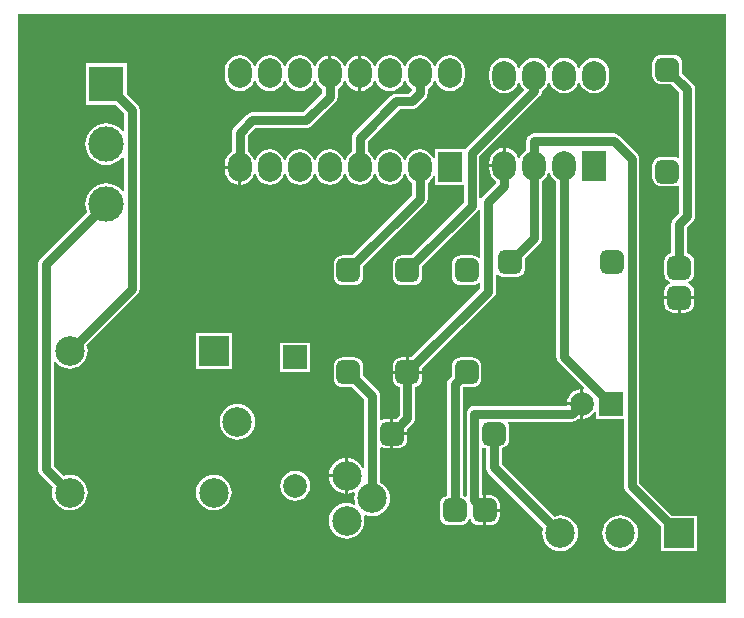
<source format=gtl>
G04*
G04 #@! TF.GenerationSoftware,Altium Limited,Altium Designer,20.1.11 (218)*
G04*
G04 Layer_Physical_Order=1*
G04 Layer_Color=255*
%FSLAX44Y44*%
%MOMM*%
G71*
G04*
G04 #@! TF.SameCoordinates,A3CC035F-AD98-4BC7-994B-CAE0B121EB55*
G04*
G04*
G04 #@! TF.FilePolarity,Positive*
G04*
G01*
G75*
%ADD10C,0.8000*%
%ADD11C,3.0000*%
%ADD12R,3.0000X3.0000*%
%ADD13R,2.5000X2.5000*%
%ADD14C,2.5000*%
%ADD15R,2.0000X2.5000*%
%ADD16O,2.0000X2.5000*%
%ADD17C,2.0000*%
%ADD18R,2.0000X2.0000*%
G04:AMPARAMS|DCode=19|XSize=2mm|YSize=2mm|CornerRadius=0.5mm|HoleSize=0mm|Usage=FLASHONLY|Rotation=0.000|XOffset=0mm|YOffset=0mm|HoleType=Round|Shape=RoundedRectangle|*
%AMROUNDEDRECTD19*
21,1,2.0000,1.0000,0,0,0.0*
21,1,1.0000,2.0000,0,0,0.0*
1,1,1.0000,0.5000,-0.5000*
1,1,1.0000,-0.5000,-0.5000*
1,1,1.0000,-0.5000,0.5000*
1,1,1.0000,0.5000,0.5000*
%
%ADD19ROUNDEDRECTD19*%
G04:AMPARAMS|DCode=20|XSize=2mm|YSize=2mm|CornerRadius=0.5mm|HoleSize=0mm|Usage=FLASHONLY|Rotation=90.000|XOffset=0mm|YOffset=0mm|HoleType=Round|Shape=RoundedRectangle|*
%AMROUNDEDRECTD20*
21,1,2.0000,1.0000,0,0,90.0*
21,1,1.0000,2.0000,0,0,90.0*
1,1,1.0000,0.5000,0.5000*
1,1,1.0000,0.5000,-0.5000*
1,1,1.0000,-0.5000,-0.5000*
1,1,1.0000,-0.5000,0.5000*
%
%ADD20ROUNDEDRECTD20*%
%ADD21R,2.5000X2.5000*%
%ADD22R,2.0000X2.0000*%
G36*
X0Y1270D02*
X600000Y1270D01*
Y500000D01*
X0Y500000D01*
X0Y1270D01*
D02*
G37*
%LPC*%
G36*
X188000Y465148D02*
X191273Y464717D01*
X194324Y463454D01*
X196943Y461444D01*
X198954Y458824D01*
X200013Y456268D01*
X201387D01*
X202446Y458824D01*
X204456Y461444D01*
X207076Y463454D01*
X210126Y464717D01*
X213400Y465148D01*
X216674Y464717D01*
X219724Y463454D01*
X222344Y461444D01*
X224354Y458824D01*
X225413Y456268D01*
X226787D01*
X227846Y458824D01*
X229856Y461444D01*
X232476Y463454D01*
X235526Y464717D01*
X238800Y465148D01*
X242073Y464717D01*
X245124Y463454D01*
X247743Y461444D01*
X249754Y458824D01*
X250813Y456268D01*
X252187D01*
X253246Y458824D01*
X255256Y461444D01*
X257876Y463454D01*
X260926Y464717D01*
X262930Y464981D01*
Y450000D01*
X265470D01*
Y464981D01*
X267474Y464717D01*
X270524Y463454D01*
X273144Y461444D01*
X275154Y458824D01*
X276213Y456268D01*
X277587D01*
X278646Y458824D01*
X280656Y461444D01*
X283276Y463454D01*
X286326Y464717D01*
X288330Y464981D01*
Y450000D01*
Y435019D01*
X286326Y435283D01*
X283276Y436546D01*
X280656Y438557D01*
X278646Y441176D01*
X277587Y443733D01*
X276213D01*
X275154Y441176D01*
X273144Y438557D01*
X270796Y436755D01*
Y430010D01*
X270571Y428302D01*
X269913Y426712D01*
X268864Y425345D01*
X249064Y405546D01*
X247698Y404497D01*
X246107Y403838D01*
X244400Y403614D01*
X201158D01*
X194596Y397052D01*
Y383845D01*
X196943Y382044D01*
X198954Y379424D01*
X200013Y376868D01*
X201387D01*
X202446Y379424D01*
X204456Y382044D01*
X207076Y384054D01*
X210126Y385317D01*
X213400Y385748D01*
X216674Y385317D01*
X219724Y384054D01*
X222344Y382044D01*
X224354Y379424D01*
X225413Y376868D01*
X226787D01*
X227846Y379424D01*
X229856Y382044D01*
X232476Y384054D01*
X235526Y385317D01*
X238800Y385748D01*
X242073Y385317D01*
X245124Y384054D01*
X247743Y382044D01*
X249754Y379424D01*
X250813Y376868D01*
X252187D01*
X253246Y379424D01*
X255256Y382044D01*
X257876Y384054D01*
X260926Y385317D01*
X264200Y385748D01*
X267474Y385317D01*
X270524Y384054D01*
X273144Y382044D01*
X275154Y379424D01*
X276213Y376868D01*
X277587D01*
X278646Y379424D01*
X280656Y382044D01*
X283003Y383845D01*
Y395212D01*
X283228Y396919D01*
X283887Y398510D01*
X284935Y399876D01*
X315936Y430876D01*
X317302Y431925D01*
X318893Y432584D01*
X320600Y432808D01*
X330810D01*
X333597Y435596D01*
X333535Y436961D01*
X331456Y438557D01*
X329446Y441176D01*
X328387Y443733D01*
X327013D01*
X325954Y441176D01*
X323943Y438557D01*
X321324Y436546D01*
X318274Y435283D01*
X315000Y434852D01*
X311726Y435283D01*
X308676Y436546D01*
X306056Y438557D01*
X304046Y441176D01*
X302987Y443733D01*
X301613D01*
X300554Y441176D01*
X298543Y438557D01*
X295924Y436546D01*
X292873Y435283D01*
X290870Y435019D01*
Y450000D01*
Y464981D01*
X292873Y464717D01*
X295924Y463454D01*
X298543Y461444D01*
X300554Y458824D01*
X301613Y456268D01*
X302987D01*
X304046Y458824D01*
X306056Y461444D01*
X308676Y463454D01*
X311726Y464717D01*
X315000Y465148D01*
X318274Y464717D01*
X321324Y463454D01*
X323943Y461444D01*
X325954Y458824D01*
X327013Y456268D01*
X328387D01*
X329446Y458824D01*
X331456Y461444D01*
X334076Y463454D01*
X337126Y464717D01*
X340400Y465148D01*
X343674Y464717D01*
X346724Y463454D01*
X349343Y461444D01*
X351354Y458824D01*
X352413Y456268D01*
X353787D01*
X354846Y458824D01*
X356856Y461444D01*
X359476Y463454D01*
X362526Y464717D01*
X365800Y465148D01*
X369073Y464717D01*
X372124Y463454D01*
X374743Y461444D01*
X376754Y458824D01*
X378017Y455774D01*
X378448Y452500D01*
Y447500D01*
X378017Y444226D01*
X376754Y441176D01*
X374743Y438557D01*
X372124Y436546D01*
X369073Y435283D01*
X365800Y434852D01*
X362526Y435283D01*
X359476Y436546D01*
X356856Y438557D01*
X354846Y441176D01*
X353787Y443733D01*
X352413D01*
X351354Y441176D01*
X349343Y438557D01*
X346996Y436755D01*
Y433070D01*
X346772Y431363D01*
X346113Y429772D01*
X345064Y428406D01*
X338206Y421548D01*
X336840Y420499D01*
X335249Y419840D01*
X333542Y419616D01*
X323332D01*
X296196Y392480D01*
Y383845D01*
X298543Y382044D01*
X300554Y379424D01*
X301613Y376868D01*
X302987D01*
X304046Y379424D01*
X306056Y382044D01*
X308676Y384054D01*
X311726Y385317D01*
X315000Y385748D01*
X318274Y385317D01*
X321324Y384054D01*
X323943Y382044D01*
X325954Y379424D01*
X327013Y376868D01*
X328387D01*
X329446Y379424D01*
X331456Y382044D01*
X334076Y384054D01*
X337126Y385317D01*
X340400Y385748D01*
X343674Y385317D01*
X346724Y384054D01*
X349343Y382044D01*
X351354Y379424D01*
X351990Y377888D01*
X353260Y378141D01*
Y385640D01*
X378340D01*
X379290Y386413D01*
X379690Y386934D01*
X428421Y435666D01*
X428356Y436657D01*
X426346Y439276D01*
X425287Y441833D01*
X423913D01*
X422854Y439276D01*
X420844Y436657D01*
X418224Y434646D01*
X415173Y433383D01*
X411900Y432952D01*
X408626Y433383D01*
X405576Y434646D01*
X402956Y436657D01*
X400946Y439276D01*
X399683Y442327D01*
X399252Y445600D01*
Y450600D01*
X399683Y453874D01*
X400946Y456924D01*
X402956Y459544D01*
X405576Y461554D01*
X408626Y462817D01*
X411900Y463248D01*
X415173Y462817D01*
X418224Y461554D01*
X420844Y459544D01*
X422854Y456924D01*
X423913Y454368D01*
X425287D01*
X426346Y456924D01*
X428356Y459544D01*
X430976Y461554D01*
X434026Y462817D01*
X437300Y463248D01*
X440574Y462817D01*
X443624Y461554D01*
X446244Y459544D01*
X448254Y456924D01*
X449313Y454368D01*
X450687D01*
X451746Y456924D01*
X453756Y459544D01*
X456376Y461554D01*
X459426Y462817D01*
X462700Y463248D01*
X465974Y462817D01*
X469024Y461554D01*
X471643Y459544D01*
X473653Y456924D01*
X474712Y454368D01*
X476087D01*
X477146Y456924D01*
X479156Y459544D01*
X481776Y461554D01*
X484826Y462817D01*
X488100Y463248D01*
X491373Y462817D01*
X494424Y461554D01*
X497043Y459544D01*
X499053Y456924D01*
X500317Y453874D01*
X500748Y450600D01*
Y445600D01*
X500317Y442327D01*
X499053Y439276D01*
X497043Y436657D01*
X494424Y434646D01*
X491373Y433383D01*
X488100Y432952D01*
X484826Y433383D01*
X481776Y434646D01*
X479156Y436657D01*
X477146Y439276D01*
X476087Y441833D01*
X474712D01*
X473653Y439276D01*
X471643Y436657D01*
X469024Y434646D01*
X465974Y433383D01*
X462700Y432952D01*
X459426Y433383D01*
X456376Y434646D01*
X453756Y436657D01*
X451746Y439276D01*
X450687Y441833D01*
X449313D01*
X448254Y439276D01*
X446244Y436657D01*
X443843Y434815D01*
X443671Y433508D01*
X443013Y431918D01*
X441964Y430551D01*
X390951Y379538D01*
Y343983D01*
X392220Y343731D01*
X392611Y344674D01*
X393660Y346040D01*
X405112Y357492D01*
X405051Y358849D01*
X402956Y360457D01*
X400946Y363076D01*
X399683Y366127D01*
X399252Y369400D01*
Y370630D01*
X411900D01*
Y371900D01*
X413170D01*
Y386881D01*
X415173Y386617D01*
X418224Y385354D01*
X420844Y383344D01*
X422854Y380724D01*
X423913Y378168D01*
X425287D01*
X426346Y380724D01*
X428356Y383344D01*
X430703Y385145D01*
Y392430D01*
X430928Y394137D01*
X431587Y395728D01*
X432635Y397094D01*
X434002Y398143D01*
X435593Y398802D01*
X437300Y399026D01*
X504750D01*
X506457Y398802D01*
X508048Y398143D01*
X509414Y397094D01*
X524400Y382108D01*
X525449Y380742D01*
X526108Y379151D01*
X526333Y377444D01*
Y103496D01*
X554289Y75540D01*
X575040D01*
Y45460D01*
X544960D01*
Y66211D01*
X515072Y96100D01*
X514023Y97466D01*
X513364Y99057D01*
X513140Y100764D01*
Y157460D01*
X489960D01*
Y163995D01*
X488690Y164247D01*
X488454Y163676D01*
X486444Y161056D01*
X483824Y159046D01*
X480774Y157783D01*
X478770Y157519D01*
Y170000D01*
Y182481D01*
X478913Y182462D01*
X479506Y183665D01*
X458036Y205136D01*
X456987Y206502D01*
X456328Y208093D01*
X456103Y209800D01*
Y358656D01*
X453756Y360457D01*
X451746Y363076D01*
X450687Y365633D01*
X449313D01*
X448254Y363076D01*
X446244Y360457D01*
X443896Y358656D01*
Y310479D01*
X443671Y308772D01*
X443013Y307181D01*
X441964Y305815D01*
X429425Y293276D01*
Y285000D01*
X429166Y283032D01*
X428406Y281197D01*
X427198Y279622D01*
X425623Y278414D01*
X423789Y277654D01*
X421820Y277395D01*
X411820D01*
X409852Y277654D01*
X408018Y278414D01*
X406443Y279622D01*
X406190Y279951D01*
X404921Y279520D01*
Y265144D01*
X404696Y263437D01*
X404037Y261846D01*
X402988Y260480D01*
X342605Y200096D01*
Y198090D01*
X331270D01*
Y209425D01*
X333276D01*
X391728Y267876D01*
Y272476D01*
X390458Y272907D01*
X390378Y272802D01*
X388802Y271594D01*
X386968Y270834D01*
X385000Y270575D01*
X375000D01*
X373032Y270834D01*
X371198Y271594D01*
X369622Y272802D01*
X368414Y274377D01*
X367654Y276212D01*
X367395Y278180D01*
Y288180D01*
X367654Y290148D01*
X368414Y291983D01*
X369622Y293558D01*
X371198Y294766D01*
X373032Y295526D01*
X375000Y295785D01*
X385000D01*
X386968Y295526D01*
X388802Y294766D01*
X390378Y293558D01*
X390458Y293453D01*
X391728Y293885D01*
Y334927D01*
X390458Y335179D01*
X390067Y334236D01*
X389018Y332870D01*
X342605Y286456D01*
Y278180D01*
X342346Y276212D01*
X341586Y274377D01*
X340378Y272802D01*
X338803Y271594D01*
X336968Y270834D01*
X335000Y270575D01*
X325000D01*
X323032Y270834D01*
X321198Y271594D01*
X319622Y272802D01*
X318414Y274377D01*
X317654Y276212D01*
X317395Y278180D01*
Y288180D01*
X317654Y290148D01*
X318414Y291983D01*
X319622Y293558D01*
X321198Y294766D01*
X323032Y295526D01*
X325000Y295785D01*
X333276D01*
X377758Y340266D01*
Y355560D01*
X353260D01*
Y363060D01*
X351990Y363312D01*
X351354Y361776D01*
X349343Y359157D01*
X346996Y357355D01*
Y343580D01*
X346772Y341872D01*
X346113Y340281D01*
X345064Y338915D01*
X292605Y286456D01*
Y278180D01*
X292346Y276212D01*
X291586Y274377D01*
X290378Y272802D01*
X288803Y271594D01*
X286969Y270834D01*
X285000Y270575D01*
X275000D01*
X273032Y270834D01*
X271198Y271594D01*
X269623Y272802D01*
X268414Y274377D01*
X267654Y276212D01*
X267395Y278180D01*
Y288180D01*
X267654Y290148D01*
X268414Y291983D01*
X269623Y293558D01*
X271198Y294766D01*
X273032Y295526D01*
X275000Y295785D01*
X283277D01*
X333803Y346312D01*
Y357355D01*
X331456Y359157D01*
X329446Y361776D01*
X328387Y364333D01*
X327013D01*
X325954Y361776D01*
X323943Y359157D01*
X321324Y357147D01*
X318274Y355883D01*
X315000Y355452D01*
X311726Y355883D01*
X308676Y357147D01*
X306056Y359157D01*
X304046Y361776D01*
X302987Y364333D01*
X301613D01*
X300554Y361776D01*
X298543Y359157D01*
X295924Y357147D01*
X292873Y355883D01*
X289600Y355452D01*
X286326Y355883D01*
X283276Y357147D01*
X280656Y359157D01*
X278646Y361776D01*
X277587Y364333D01*
X276213D01*
X275154Y361776D01*
X273144Y359157D01*
X270524Y357147D01*
X267474Y355883D01*
X264200Y355452D01*
X260926Y355883D01*
X257876Y357147D01*
X255256Y359157D01*
X253246Y361776D01*
X252187Y364333D01*
X250813D01*
X249754Y361776D01*
X247743Y359157D01*
X245124Y357147D01*
X242073Y355883D01*
X238800Y355452D01*
X235526Y355883D01*
X232476Y357147D01*
X229856Y359157D01*
X227846Y361776D01*
X226787Y364333D01*
X225413D01*
X224354Y361776D01*
X222344Y359157D01*
X219724Y357147D01*
X216674Y355883D01*
X213400Y355452D01*
X210126Y355883D01*
X207076Y357147D01*
X204456Y359157D01*
X202446Y361776D01*
X201387Y364333D01*
X200013D01*
X198954Y361776D01*
X196943Y359157D01*
X194324Y357147D01*
X191273Y355883D01*
X189270Y355619D01*
Y370600D01*
X188000D01*
Y371870D01*
X175352D01*
Y373100D01*
X175783Y376374D01*
X177046Y379424D01*
X179056Y382044D01*
X181403Y383845D01*
Y399784D01*
X181628Y401491D01*
X182287Y403082D01*
X183335Y404448D01*
X193762Y414874D01*
X195128Y415923D01*
X196719Y416582D01*
X198426Y416806D01*
X241668D01*
X257603Y432742D01*
Y436755D01*
X255256Y438557D01*
X253246Y441176D01*
X252187Y443733D01*
X250813D01*
X249754Y441176D01*
X247743Y438557D01*
X245124Y436546D01*
X242073Y435283D01*
X238800Y434852D01*
X235526Y435283D01*
X232476Y436546D01*
X229856Y438557D01*
X227846Y441176D01*
X226787Y443733D01*
X225413D01*
X224354Y441176D01*
X222344Y438557D01*
X219724Y436546D01*
X216674Y435283D01*
X213400Y434852D01*
X210126Y435283D01*
X207076Y436546D01*
X204456Y438557D01*
X202446Y441176D01*
X201387Y443733D01*
X200013D01*
X198954Y441176D01*
X196943Y438557D01*
X194324Y436546D01*
X191273Y435283D01*
X188000Y434852D01*
X184726Y435283D01*
X181676Y436546D01*
X179056Y438557D01*
X177046Y441176D01*
X175783Y444226D01*
X175352Y447500D01*
Y452500D01*
X175783Y455774D01*
X177046Y458824D01*
X179056Y461444D01*
X181676Y463454D01*
X184726Y464717D01*
X188000Y465148D01*
D02*
G37*
G36*
X410630Y386881D02*
Y373170D01*
X399252D01*
Y374400D01*
X399683Y377674D01*
X400946Y380724D01*
X402956Y383344D01*
X405576Y385354D01*
X408626Y386617D01*
X410630Y386881D01*
D02*
G37*
G36*
X57460Y458340D02*
X92540D01*
Y432589D01*
X101236Y423892D01*
X102285Y422526D01*
X102944Y420935D01*
X103168Y419228D01*
Y267572D01*
X102944Y265864D01*
X102285Y264273D01*
X101236Y262907D01*
X58230Y219901D01*
X58822Y217948D01*
X59113Y215000D01*
X58822Y212052D01*
X57962Y209216D01*
X56566Y206604D01*
X54686Y204314D01*
X52396Y202434D01*
X49784Y201037D01*
X46948Y200177D01*
X44000Y199887D01*
X41052Y200177D01*
X38217Y201037D01*
X35604Y202434D01*
X33314Y204314D01*
X31795Y206165D01*
X30524Y205710D01*
Y117804D01*
X39099Y109230D01*
X41052Y109822D01*
X44000Y110112D01*
X46948Y109822D01*
X49784Y108962D01*
X52396Y107565D01*
X54686Y105686D01*
X56566Y103396D01*
X57962Y100783D01*
X58822Y97948D01*
X59113Y95000D01*
X58822Y92051D01*
X57962Y89216D01*
X56566Y86603D01*
X54686Y84313D01*
X52396Y82434D01*
X49784Y81037D01*
X46948Y80177D01*
X44000Y79887D01*
X41052Y80177D01*
X38217Y81037D01*
X35604Y82434D01*
X33314Y84313D01*
X31434Y86603D01*
X30038Y89216D01*
X29178Y92051D01*
X28887Y95000D01*
X29178Y97948D01*
X29770Y99901D01*
X19264Y110407D01*
X18215Y111773D01*
X17556Y113364D01*
X17332Y115072D01*
Y288129D01*
X17556Y289836D01*
X18215Y291427D01*
X19264Y292793D01*
X58790Y332319D01*
X58717Y332455D01*
X57714Y335762D01*
X57375Y339200D01*
X57714Y342639D01*
X58717Y345945D01*
X60345Y348992D01*
X62537Y351663D01*
X65208Y353855D01*
X68255Y355484D01*
X71561Y356486D01*
X75000Y356825D01*
X78438Y356486D01*
X81745Y355484D01*
X84792Y353855D01*
X87463Y351663D01*
X88706Y350148D01*
X89976Y350603D01*
Y378598D01*
X88706Y379052D01*
X87463Y377538D01*
X84792Y375346D01*
X81745Y373717D01*
X78438Y372714D01*
X75000Y372375D01*
X71561Y372714D01*
X68255Y373717D01*
X65208Y375346D01*
X62537Y377538D01*
X60345Y380208D01*
X58717Y383256D01*
X57714Y386562D01*
X57375Y390000D01*
X57714Y393439D01*
X58717Y396745D01*
X60345Y399792D01*
X62537Y402463D01*
X65208Y404655D01*
X68255Y406283D01*
X71561Y407286D01*
X75000Y407625D01*
X78438Y407286D01*
X81745Y406283D01*
X84792Y404655D01*
X87463Y402463D01*
X88706Y400948D01*
X89976Y401403D01*
Y416496D01*
X83211Y423260D01*
X57460D01*
Y458340D01*
D02*
G37*
G36*
X175352Y369330D02*
X186730D01*
Y355619D01*
X184726Y355883D01*
X181676Y357147D01*
X179056Y359157D01*
X177046Y361776D01*
X175783Y364827D01*
X175352Y368100D01*
Y369330D01*
D02*
G37*
G36*
X545000Y465785D02*
X555000D01*
X556968Y465526D01*
X558802Y464766D01*
X560377Y463557D01*
X561586Y461982D01*
X562346Y460148D01*
X562605Y458180D01*
Y449903D01*
X571390Y441118D01*
X572439Y439752D01*
X573098Y438161D01*
X573322Y436453D01*
Y329306D01*
X573098Y327599D01*
X572439Y326008D01*
X571390Y324641D01*
X566597Y319848D01*
Y297795D01*
X566968Y297746D01*
X568803Y296986D01*
X570378Y295778D01*
X571586Y294202D01*
X572346Y292368D01*
X572605Y290400D01*
Y280400D01*
X572346Y278432D01*
X571586Y276597D01*
X570378Y275022D01*
X568803Y273814D01*
X567773Y273387D01*
Y272013D01*
X568803Y271586D01*
X570378Y270378D01*
X571586Y268803D01*
X572346Y266968D01*
X572605Y265000D01*
Y261270D01*
X560000D01*
X547395D01*
Y265000D01*
X547654Y266968D01*
X548414Y268803D01*
X549622Y270378D01*
X551198Y271586D01*
X552227Y272013D01*
Y273387D01*
X551198Y273814D01*
X549622Y275022D01*
X548414Y276597D01*
X547654Y278432D01*
X547395Y280400D01*
Y290400D01*
X547654Y292368D01*
X548414Y294202D01*
X549622Y295778D01*
X551198Y296986D01*
X553032Y297746D01*
X553404Y297795D01*
Y322580D01*
X553629Y324287D01*
X554287Y325878D01*
X555336Y327244D01*
X560130Y332038D01*
Y354816D01*
X558991Y355378D01*
X558802Y355233D01*
X556968Y354474D01*
X555000Y354215D01*
X545000D01*
X543031Y354474D01*
X541197Y355233D01*
X539622Y356442D01*
X538414Y358017D01*
X537654Y359851D01*
X537395Y361820D01*
Y371820D01*
X537654Y373788D01*
X538414Y375622D01*
X539622Y377197D01*
X541197Y378406D01*
X543031Y379166D01*
X545000Y379425D01*
X555000D01*
X556968Y379166D01*
X558802Y378406D01*
X558991Y378261D01*
X560130Y378823D01*
Y433721D01*
X553276Y440575D01*
X545000D01*
X543031Y440834D01*
X541197Y441594D01*
X539622Y442802D01*
X538414Y444377D01*
X537654Y446211D01*
X537395Y448180D01*
Y458180D01*
X537654Y460148D01*
X538414Y461982D01*
X539622Y463557D01*
X541197Y464766D01*
X543031Y465526D01*
X545000Y465785D01*
D02*
G37*
G36*
X547395Y258730D02*
X558730D01*
Y247395D01*
X555000D01*
X553032Y247654D01*
X551198Y248414D01*
X549622Y249622D01*
X548414Y251197D01*
X547654Y253032D01*
X547395Y255000D01*
Y258730D01*
D02*
G37*
G36*
X561270D02*
X572605D01*
Y255000D01*
X572346Y253032D01*
X571586Y251197D01*
X570378Y249622D01*
X568803Y248414D01*
X566968Y247654D01*
X565000Y247395D01*
X561270D01*
Y258730D01*
D02*
G37*
G36*
X150960Y230040D02*
X181040D01*
Y199960D01*
X150960D01*
Y230040D01*
D02*
G37*
G36*
X325000Y209425D02*
X328730D01*
Y198090D01*
X317395D01*
Y201820D01*
X317654Y203788D01*
X318414Y205623D01*
X319622Y207198D01*
X321198Y208406D01*
X323032Y209166D01*
X325000Y209425D01*
D02*
G37*
G36*
X222460Y221920D02*
X247540D01*
Y196840D01*
X222460D01*
Y221920D01*
D02*
G37*
G36*
X476230Y182481D02*
Y171270D01*
X465019D01*
X465283Y173274D01*
X466546Y176324D01*
X468556Y178944D01*
X471176Y180954D01*
X474226Y182217D01*
X476230Y182481D01*
D02*
G37*
G36*
X275000Y209425D02*
X285000D01*
X286969Y209166D01*
X288803Y208406D01*
X290378Y207198D01*
X291586Y205623D01*
X292346Y203788D01*
X292605Y201820D01*
Y193544D01*
X304664Y181484D01*
X305713Y180118D01*
X306372Y178527D01*
X306597Y176820D01*
Y156932D01*
X307736Y156370D01*
X308018Y156586D01*
X309852Y157346D01*
X311820Y157605D01*
X315550D01*
Y145000D01*
Y132395D01*
X311820D01*
X309852Y132654D01*
X308018Y133414D01*
X307736Y133630D01*
X306597Y133068D01*
Y103528D01*
X308396Y102566D01*
X310686Y100686D01*
X312566Y98396D01*
X313962Y95783D01*
X314823Y92948D01*
X315113Y90000D01*
X314823Y87051D01*
X313962Y84216D01*
X312566Y81604D01*
X310686Y79314D01*
X308396Y77434D01*
X305784Y76037D01*
X302948Y75177D01*
X300000Y74887D01*
X297052Y75177D01*
X294217Y76037D01*
X293852Y76233D01*
X292789Y75361D01*
X293232Y73898D01*
X293523Y70950D01*
X293232Y68001D01*
X292372Y65166D01*
X290976Y62554D01*
X289097Y60264D01*
X286806Y58384D01*
X284194Y56987D01*
X281359Y56127D01*
X278410Y55837D01*
X275462Y56127D01*
X272627Y56987D01*
X270014Y58384D01*
X267724Y60264D01*
X265844Y62554D01*
X264448Y65166D01*
X263588Y68001D01*
X263297Y70950D01*
X263588Y73898D01*
X264448Y76733D01*
X265844Y79346D01*
X267724Y81636D01*
X270014Y83516D01*
X272627Y84912D01*
X275462Y85772D01*
X278410Y86063D01*
X281359Y85772D01*
X284194Y84912D01*
X284559Y84717D01*
X285621Y85589D01*
X285178Y87051D01*
X284887Y90000D01*
X285178Y92948D01*
X285621Y94411D01*
X284559Y95283D01*
X284194Y95087D01*
X281359Y94227D01*
X279680Y94062D01*
Y109050D01*
Y124038D01*
X281359Y123872D01*
X284194Y123012D01*
X286806Y121616D01*
X289097Y119736D01*
X290976Y117446D01*
X292134Y115280D01*
X293404Y115598D01*
Y174088D01*
X283277Y184215D01*
X275000D01*
X273032Y184474D01*
X271198Y185234D01*
X269623Y186442D01*
X268414Y188018D01*
X267654Y189852D01*
X267395Y191820D01*
Y201820D01*
X267654Y203788D01*
X268414Y205623D01*
X269623Y207198D01*
X271198Y208406D01*
X273032Y209166D01*
X275000Y209425D01*
D02*
G37*
G36*
X317395Y195550D02*
X330000D01*
X342605D01*
Y191820D01*
X342346Y189852D01*
X341586Y188018D01*
X340378Y186442D01*
X338803Y185234D01*
X336968Y184474D01*
X336596Y184425D01*
Y158180D01*
X336372Y156473D01*
X335713Y154882D01*
X334664Y153516D01*
X329425Y148276D01*
Y146270D01*
X318090D01*
Y157605D01*
X320096D01*
X323404Y160912D01*
Y184425D01*
X323032Y184474D01*
X321198Y185234D01*
X319622Y186442D01*
X318414Y188018D01*
X317654Y189852D01*
X317395Y191820D01*
Y195550D01*
D02*
G37*
G36*
X186000Y170113D02*
X188948Y169822D01*
X191783Y168962D01*
X194396Y167566D01*
X196686Y165686D01*
X198566Y163396D01*
X199962Y160783D01*
X200822Y157948D01*
X201113Y155000D01*
X200822Y152052D01*
X199962Y149216D01*
X198566Y146604D01*
X196686Y144314D01*
X194396Y142434D01*
X191783Y141038D01*
X188948Y140178D01*
X186000Y139887D01*
X183051Y140178D01*
X180217Y141038D01*
X177604Y142434D01*
X175313Y144314D01*
X173434Y146604D01*
X172038Y149216D01*
X171178Y152052D01*
X170887Y155000D01*
X171178Y157948D01*
X172038Y160783D01*
X173434Y163396D01*
X175313Y165686D01*
X177604Y167566D01*
X180217Y168962D01*
X183051Y169822D01*
X186000Y170113D01*
D02*
G37*
G36*
X318090Y143730D02*
X329425D01*
Y140000D01*
X329166Y138032D01*
X328406Y136197D01*
X327198Y134622D01*
X325623Y133414D01*
X323788Y132654D01*
X321820Y132395D01*
X318090D01*
Y143730D01*
D02*
G37*
G36*
X277140Y124038D02*
Y110320D01*
X263423D01*
X263588Y111998D01*
X264448Y114833D01*
X265844Y117446D01*
X267724Y119736D01*
X270014Y121616D01*
X272627Y123012D01*
X275462Y123872D01*
X277140Y124038D01*
D02*
G37*
G36*
X263423Y107780D02*
X277140D01*
Y94062D01*
X275462Y94227D01*
X272627Y95087D01*
X270014Y96484D01*
X267724Y98364D01*
X265844Y100654D01*
X264448Y103266D01*
X263588Y106102D01*
X263423Y107780D01*
D02*
G37*
G36*
X375000Y209425D02*
X385000D01*
X386968Y209166D01*
X388802Y208406D01*
X390378Y207198D01*
X391586Y205623D01*
X392346Y203788D01*
X392605Y201820D01*
Y191820D01*
X392346Y189852D01*
X391586Y188018D01*
X390378Y186442D01*
X388802Y185234D01*
X386968Y184474D01*
X385000Y184215D01*
X376724D01*
X376596Y184088D01*
Y92395D01*
X376968Y92346D01*
X378803Y91586D01*
X378905Y91508D01*
X380044Y92069D01*
Y161544D01*
X380268Y163251D01*
X380927Y164842D01*
X381976Y166208D01*
X383342Y167257D01*
X384933Y167916D01*
X386640Y168140D01*
X464133D01*
X464651Y168730D01*
X476230D01*
Y157519D01*
X474567Y157738D01*
X473708Y156880D01*
X472342Y155831D01*
X470751Y155172D01*
X469044Y154948D01*
X415323D01*
X415160Y154616D01*
X414818Y153678D01*
X415526Y151968D01*
X415785Y150000D01*
Y140000D01*
X415526Y138032D01*
X414766Y136197D01*
X413558Y134622D01*
X411983Y133414D01*
X410148Y132654D01*
X409776Y132605D01*
Y119252D01*
X454299Y74730D01*
X456251Y75322D01*
X459200Y75613D01*
X462148Y75322D01*
X464983Y74462D01*
X467596Y73066D01*
X469886Y71186D01*
X471766Y68896D01*
X473162Y66283D01*
X474022Y63448D01*
X474313Y60500D01*
X474022Y57551D01*
X473162Y54716D01*
X471766Y52104D01*
X469886Y49813D01*
X467596Y47934D01*
X464983Y46537D01*
X462148Y45677D01*
X459200Y45387D01*
X456251Y45677D01*
X453416Y46537D01*
X450803Y47934D01*
X448513Y49813D01*
X446634Y52104D01*
X445237Y54716D01*
X444377Y57551D01*
X444087Y60500D01*
X444377Y63448D01*
X444970Y65401D01*
X398516Y111855D01*
X397467Y113221D01*
X396808Y114812D01*
X396584Y116519D01*
Y132605D01*
X396212Y132654D01*
X394506Y133360D01*
X393566Y133016D01*
X393237Y132854D01*
Y92605D01*
X394130D01*
Y80000D01*
Y67395D01*
X390400D01*
X388432Y67654D01*
X386598Y68414D01*
X385022Y69622D01*
X383814Y71197D01*
X383387Y72227D01*
X382013D01*
X381586Y71197D01*
X380378Y69622D01*
X378803Y68414D01*
X376968Y67654D01*
X375000Y67395D01*
X365000D01*
X363032Y67654D01*
X361198Y68414D01*
X359622Y69622D01*
X358414Y71197D01*
X357654Y73032D01*
X357395Y75000D01*
Y85000D01*
X357654Y86968D01*
X358414Y88802D01*
X359622Y90377D01*
X361198Y91586D01*
X363032Y92346D01*
X363404Y92395D01*
Y186820D01*
X363628Y188527D01*
X364287Y190118D01*
X365336Y191484D01*
X367395Y193544D01*
Y201820D01*
X367654Y203788D01*
X368414Y205623D01*
X369622Y207198D01*
X371198Y208406D01*
X373032Y209166D01*
X375000Y209425D01*
D02*
G37*
G36*
X235000Y113268D02*
X238274Y112837D01*
X241324Y111573D01*
X243944Y109563D01*
X245954Y106944D01*
X247217Y103893D01*
X247648Y100620D01*
X247217Y97346D01*
X245954Y94296D01*
X243944Y91676D01*
X241324Y89666D01*
X238274Y88402D01*
X235000Y87971D01*
X231726Y88402D01*
X228676Y89666D01*
X226056Y91676D01*
X224046Y94296D01*
X222783Y97346D01*
X222352Y100620D01*
X222783Y103893D01*
X224046Y106944D01*
X226056Y109563D01*
X228676Y111573D01*
X231726Y112837D01*
X235000Y113268D01*
D02*
G37*
G36*
X396670Y92605D02*
X400400D01*
X402368Y92346D01*
X404203Y91586D01*
X405778Y90377D01*
X406986Y88802D01*
X407746Y86968D01*
X408005Y85000D01*
Y81270D01*
X396670D01*
Y92605D01*
D02*
G37*
G36*
X166000Y110112D02*
X168948Y109822D01*
X171783Y108962D01*
X174396Y107565D01*
X176686Y105686D01*
X178566Y103396D01*
X179962Y100783D01*
X180822Y97948D01*
X181113Y95000D01*
X180822Y92051D01*
X179962Y89216D01*
X178566Y86603D01*
X176686Y84313D01*
X174396Y82434D01*
X171783Y81037D01*
X168948Y80177D01*
X166000Y79887D01*
X163052Y80177D01*
X160217Y81037D01*
X157604Y82434D01*
X155314Y84313D01*
X153434Y86603D01*
X152037Y89216D01*
X151178Y92051D01*
X150887Y95000D01*
X151178Y97948D01*
X152037Y100783D01*
X153434Y103396D01*
X155314Y105686D01*
X157604Y107565D01*
X160217Y108962D01*
X163052Y109822D01*
X166000Y110112D01*
D02*
G37*
G36*
X396670Y78730D02*
X408005D01*
Y75000D01*
X407746Y73032D01*
X406986Y71197D01*
X405778Y69622D01*
X404203Y68414D01*
X402368Y67654D01*
X400400Y67395D01*
X396670D01*
Y78730D01*
D02*
G37*
G36*
X510000Y75613D02*
X512948Y75322D01*
X515783Y74462D01*
X518396Y73066D01*
X520686Y71186D01*
X522566Y68896D01*
X523962Y66283D01*
X524822Y63448D01*
X525112Y60500D01*
X524822Y57551D01*
X523962Y54716D01*
X522566Y52104D01*
X520686Y49813D01*
X518396Y47934D01*
X515783Y46537D01*
X512948Y45677D01*
X510000Y45387D01*
X507051Y45677D01*
X504216Y46537D01*
X501604Y47934D01*
X499313Y49813D01*
X497434Y52104D01*
X496037Y54716D01*
X495177Y57551D01*
X494887Y60500D01*
X495177Y63448D01*
X496037Y66283D01*
X497434Y68896D01*
X499313Y71186D01*
X501604Y73066D01*
X504216Y74462D01*
X507051Y75322D01*
X510000Y75613D01*
D02*
G37*
%LPD*%
D10*
X560000Y285400D02*
Y322580D01*
X566726Y329306D02*
X560000Y322580D01*
X566726Y329306D02*
Y436453D01*
X550000Y453180D01*
X330000Y158180D02*
Y196820D01*
Y158180D02*
X316820Y145000D01*
X75000Y339200D02*
X23928Y288129D01*
Y115072D02*
Y288129D01*
X44000Y95000D02*
X23928Y115072D01*
X300000Y90000D02*
Y176820D01*
X280000Y196820D01*
X462700Y209800D02*
Y371900D01*
X502500Y170000D02*
X462700Y209800D01*
X437300Y310479D02*
Y371900D01*
Y310479D02*
X416820Y290000D01*
X340400Y433070D02*
Y450000D01*
Y433070D02*
X333542Y426212D01*
X320600D01*
X289600Y395212D01*
Y370600D02*
Y395212D01*
X560000Y60500D02*
X519736Y100764D01*
Y377444D01*
X504750Y392430D01*
X437300D01*
Y371900D02*
Y392430D01*
Y435216D02*
Y448100D01*
Y435216D02*
X384354Y382270D01*
Y337534D02*
Y382270D01*
Y337534D02*
X330000Y283180D01*
X188000Y370600D02*
Y399784D01*
X198426Y410210D02*
X188000Y399784D01*
X244400Y410210D02*
X198426D01*
X264200Y430010D02*
X244400Y410210D01*
X264200Y430010D02*
Y450000D01*
X370000Y80000D02*
Y186820D01*
X380000Y196820D02*
X370000Y186820D01*
X395400Y80000D02*
X386640Y88760D01*
Y161544D01*
X469044D02*
X386640D01*
X477500Y170000D02*
X469044Y161544D01*
X340400Y343580D02*
Y370600D01*
Y343580D02*
X280000Y283180D01*
X403180Y116519D02*
Y145000D01*
X459200Y60500D02*
X403180Y116519D01*
X411900Y354952D02*
Y371900D01*
Y354952D02*
X398324Y341376D01*
Y265144D02*
Y341376D01*
Y265144D02*
X330000Y196820D01*
X96572Y419228D02*
X75000Y440800D01*
X96572Y267572D02*
Y419228D01*
Y267572D02*
X44000Y215000D01*
D11*
X75000Y339200D02*
D03*
Y390000D02*
D03*
D12*
Y440800D02*
D03*
D13*
X560000Y60500D02*
D03*
D14*
X510000D02*
D03*
X459200D02*
D03*
X300000Y90000D02*
D03*
X278410Y70950D02*
D03*
Y109050D02*
D03*
X44000Y215000D02*
D03*
Y95000D02*
D03*
X166000D02*
D03*
X186000Y155000D02*
D03*
D15*
X365800Y370600D02*
D03*
X488100Y371900D02*
D03*
D16*
X340400Y370600D02*
D03*
X315000D02*
D03*
X289600D02*
D03*
X264200D02*
D03*
X238800D02*
D03*
X213400D02*
D03*
X188000D02*
D03*
Y450000D02*
D03*
X213400D02*
D03*
X238800D02*
D03*
X264200D02*
D03*
X289600D02*
D03*
X315000D02*
D03*
X340400D02*
D03*
X365800D02*
D03*
X462700Y371900D02*
D03*
X437300D02*
D03*
X411900D02*
D03*
X488100Y448100D02*
D03*
X462700D02*
D03*
X437300D02*
D03*
X411900D02*
D03*
D17*
X477500Y170000D02*
D03*
X235000Y100620D02*
D03*
D18*
X502500Y170000D02*
D03*
D19*
X316820Y145000D02*
D03*
X403180D02*
D03*
X416820Y290000D02*
D03*
X503180D02*
D03*
X370000Y80000D02*
D03*
X395400D02*
D03*
D20*
X330000Y196820D02*
D03*
Y283180D02*
D03*
X380000Y196820D02*
D03*
Y283180D02*
D03*
X280000D02*
D03*
Y196820D02*
D03*
X550000Y366820D02*
D03*
Y453180D02*
D03*
X560000Y285400D02*
D03*
Y260000D02*
D03*
D21*
X166000Y215000D02*
D03*
D22*
X235000Y209380D02*
D03*
M02*

</source>
